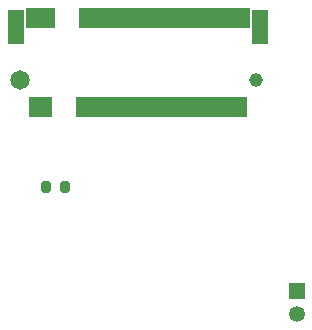
<source format=gbs>
%TF.GenerationSoftware,KiCad,Pcbnew,9.0.2*%
%TF.CreationDate,2025-06-23T16:33:29+08:00*%
%TF.ProjectId,SDEX2M2 MicroSD Express to M.2 NVMe Adapter for Switch 2 WIP,53444558-324d-4322-904d-6963726f5344,rev?*%
%TF.SameCoordinates,Original*%
%TF.FileFunction,Soldermask,Bot*%
%TF.FilePolarity,Negative*%
%FSLAX46Y46*%
G04 Gerber Fmt 4.6, Leading zero omitted, Abs format (unit mm)*
G04 Created by KiCad (PCBNEW 9.0.2) date 2025-06-23 16:33:29*
%MOMM*%
%LPD*%
G01*
G04 APERTURE LIST*
G04 Aperture macros list*
%AMRoundRect*
0 Rectangle with rounded corners*
0 $1 Rounding radius*
0 $2 $3 $4 $5 $6 $7 $8 $9 X,Y pos of 4 corners*
0 Add a 4 corners polygon primitive as box body*
4,1,4,$2,$3,$4,$5,$6,$7,$8,$9,$2,$3,0*
0 Add four circle primitives for the rounded corners*
1,1,$1+$1,$2,$3*
1,1,$1+$1,$4,$5*
1,1,$1+$1,$6,$7*
1,1,$1+$1,$8,$9*
0 Add four rect primitives between the rounded corners*
20,1,$1+$1,$2,$3,$4,$5,0*
20,1,$1+$1,$4,$5,$6,$7,0*
20,1,$1+$1,$6,$7,$8,$9,0*
20,1,$1+$1,$8,$9,$2,$3,0*%
G04 Aperture macros list end*
%ADD10R,1.350000X1.350000*%
%ADD11C,1.350000*%
%ADD12RoundRect,0.200000X0.200000X0.275000X-0.200000X0.275000X-0.200000X-0.275000X0.200000X-0.275000X0*%
%ADD13C,1.150000*%
%ADD14C,1.650000*%
%ADD15RoundRect,0.102000X0.150000X0.775000X-0.150000X0.775000X-0.150000X-0.775000X0.150000X-0.775000X0*%
%ADD16RoundRect,0.102000X0.600000X1.375000X-0.600000X1.375000X-0.600000X-1.375000X0.600000X-1.375000X0*%
G04 APERTURE END LIST*
D10*
%TO.C,J2*%
X154450000Y-162150000D03*
D11*
X154450000Y-164150000D03*
%TD*%
D12*
%TO.C,R1*%
X134825000Y-153400000D03*
X133175000Y-153400000D03*
%TD*%
D13*
%TO.C,J4*%
X151000000Y-144325000D03*
D14*
X131000000Y-144325000D03*
D15*
X150250000Y-139050000D03*
X150000000Y-146600000D03*
X149750000Y-139050000D03*
X149500000Y-146600000D03*
X149250000Y-139050000D03*
X149000000Y-146600000D03*
X148750000Y-139050000D03*
X148500000Y-146600000D03*
X148250000Y-139050000D03*
X148000000Y-146600000D03*
X147750000Y-139050000D03*
X147500000Y-146600000D03*
X147250000Y-139050000D03*
X147000000Y-146600000D03*
X146750000Y-139050000D03*
X146500000Y-146600000D03*
X146250000Y-139050000D03*
X146000000Y-146600000D03*
X145750000Y-139050000D03*
X145500000Y-146600000D03*
X145250000Y-139050000D03*
X145000000Y-146600000D03*
X144750000Y-139050000D03*
X144500000Y-146600000D03*
X144250000Y-139050000D03*
X144000000Y-146600000D03*
X143750000Y-139050000D03*
X143500000Y-146600000D03*
X143250000Y-139050000D03*
X143000000Y-146600000D03*
X142750000Y-139050000D03*
X142500000Y-146600000D03*
X142250000Y-139050000D03*
X142000000Y-146600000D03*
X141750000Y-139050000D03*
X141500000Y-146600000D03*
X141250000Y-139050000D03*
X141000000Y-146600000D03*
X140750000Y-139050000D03*
X140500000Y-146600000D03*
X140250000Y-139050000D03*
X140000000Y-146600000D03*
X139750000Y-139050000D03*
X139500000Y-146600000D03*
X139250000Y-139050000D03*
X139000000Y-146600000D03*
X138750000Y-139050000D03*
X138500000Y-146600000D03*
X138250000Y-139050000D03*
X138000000Y-146600000D03*
X137750000Y-139050000D03*
X137500000Y-146600000D03*
X137250000Y-139050000D03*
X137000000Y-146600000D03*
X136750000Y-139050000D03*
X136500000Y-146600000D03*
X136250000Y-139050000D03*
X136000000Y-146600000D03*
X133750000Y-139050000D03*
X133500000Y-146600000D03*
X133250000Y-139050000D03*
X133000000Y-146600000D03*
X132750000Y-139050000D03*
X132500000Y-146600000D03*
X132250000Y-139050000D03*
X132000000Y-146600000D03*
X131750000Y-139050000D03*
D16*
X151350000Y-139825000D03*
X130650000Y-139825000D03*
%TD*%
M02*

</source>
